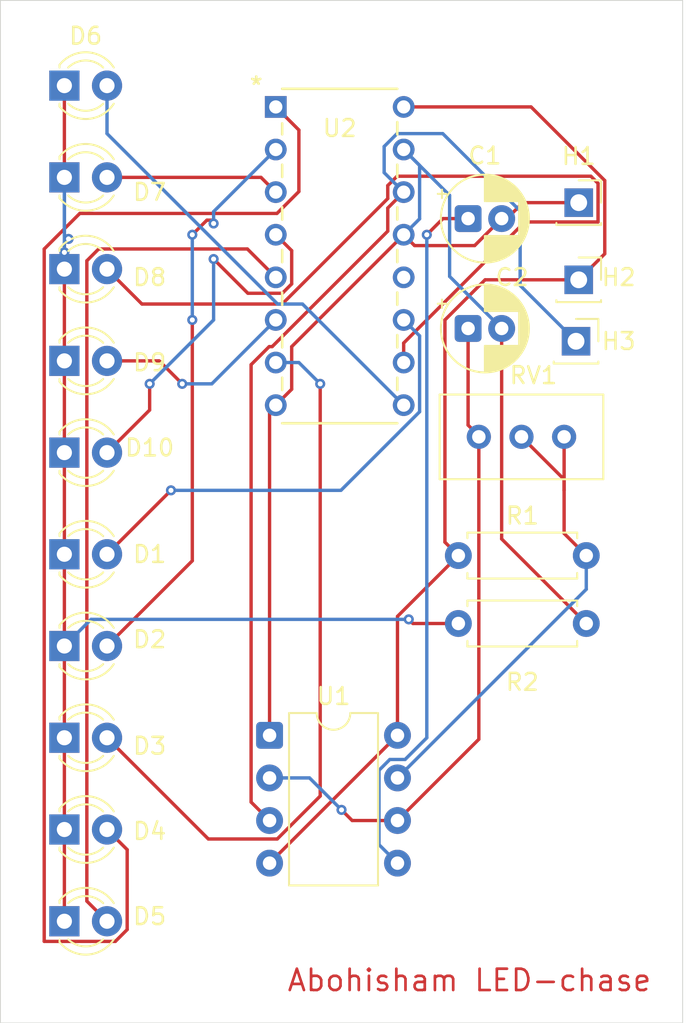
<source format=kicad_pcb>
(kicad_pcb (version 20241229) (generator "pcbnew") (generator_version "9.0")
  (layers (0 "F.Cu" signal) (2 "B.Cu" signal) (13 "F.Paste" user) (15 "B.Paste" user) (5 "F.SilkS" user "F.Silkscreen") (7 "B.SilkS" user "B.Silkscreen") (1 "F.Mask" user) (3 "B.Mask" user) (25 "Edge.Cuts" user))
  (net 0 "")
  (net 1 "Net-(U1-CV)")
  (net 2 "GND")
  (net 3 "TR")
  (net 4 "Net-(D1-K)")
  (net 5 "Net-(D1-A)")
  (net 6 "Net-(D2-A)")
  (net 7 "Net-(D3-A)")
  (net 8 "Net-(D4-A)")
  (net 9 "Net-(D5-A)")
  (net 10 "Net-(D6-A)")
  (net 11 "Net-(D7-A)")
  (net 12 "Net-(D8-A)")
  (net 13 "Net-(D9-A)")
  (net 14 "Net-(D10-A)")
  (net 15 "+5V")
  (net 16 "Net-(U1-DIS)")
  (net 17 "OUT")
  (footprint "LED_THT:LED_D3.0mm" (layer "F.Cu") (at 177.8 107.46)
    (property "Reference" "D8" (at 5.08 0.49 0) (layer "F.SilkS"))
    (property "Value" "LED")
    (pad "1" thru_hole rect (at 0 0) (size 1.8 1.8) (drill 0.9) (layers "*.Cu" "*.Mask") (net 4 "Net-(D1-K)"))
    (pad "2" thru_hole circle (at 2.54 0) (size 1.8 1.8) (drill 0.9) (layers "*.Cu" "*.Mask") (net 12 "Net-(D8-A)"))
  )
  (footprint "Resistor_THT:R_Axial_DIN0207_L6.3mm_D2.5mm_P7.62mm_Horizontal" (layer "F.Cu") (at 201.27 128.5875)
    (property "Reference" "R2" (at 3.81 3.4925 0) (layer "F.SilkS"))
    (property "Value" "470")
    (pad "1" thru_hole circle (at 0 0) (size 1.6 1.6) (drill 0.8) (layers "*.Cu" "*.Mask") (net 4 "Net-(D1-K)"))
    (pad "2" thru_hole circle (at 7.62 0) (size 1.6 1.6) (drill 0.8) (layers "*.Cu" "*.Mask") (net 2 "GND"))
  )
  (footprint "LED_THT:LED_D3.0mm" (layer "F.Cu") (at 177.8 129.93)
    (property "Reference" "D2" (at 5.08 -0.39 0) (layer "F.SilkS"))
    (property "Value" "LED")
    (pad "1" thru_hole rect (at 0 0) (size 1.8 1.8) (drill 0.9) (layers "*.Cu" "*.Mask") (net 4 "Net-(D1-K)"))
    (pad "2" thru_hole circle (at 2.54 0) (size 1.8 1.8) (drill 0.9) (layers "*.Cu" "*.Mask") (net 6 "Net-(D2-A)"))
  )
  (footprint "LED_THT:LED_D3.0mm" (layer "F.Cu") (at 177.8 135.4)
    (property "Reference" "D3" (at 5.08 0.49 0) (layer "F.SilkS"))
    (property "Value" "LED")
    (pad "1" thru_hole rect (at 0 0) (size 1.8 1.8) (drill 0.9) (layers "*.Cu" "*.Mask") (net 4 "Net-(D1-K)"))
    (pad "2" thru_hole circle (at 2.54 0) (size 1.8 1.8) (drill 0.9) (layers "*.Cu" "*.Mask") (net 7 "Net-(D3-A)"))
  )
  (footprint "LED_THT:LED_D3.0mm" (layer "F.Cu") (at 177.8 146.34)
    (property "Reference" "D5" (at 5.08 -0.29 0) (layer "F.SilkS"))
    (property "Value" "LED")
    (pad "1" thru_hole rect (at 0 0) (size 1.8 1.8) (drill 0.9) (layers "*.Cu" "*.Mask") (net 4 "Net-(D1-K)"))
    (pad "2" thru_hole circle (at 2.54 0) (size 1.8 1.8) (drill 0.9) (layers "*.Cu" "*.Mask") (net 9 "Net-(D5-A)"))
  )
  (footprint "LED_THT:LED_D3.0mm" (layer "F.Cu") (at 177.8 96.52)
    (property "Reference" "D6" (at 1.27 -2.96 0) (layer "F.SilkS"))
    (property "Value" "LED")
    (pad "1" thru_hole rect (at 0 0) (size 1.8 1.8) (drill 0.9) (layers "*.Cu" "*.Mask") (net 4 "Net-(D1-K)"))
    (pad "2" thru_hole circle (at 2.54 0) (size 1.8 1.8) (drill 0.9) (layers "*.Cu" "*.Mask") (net 10 "Net-(D6-A)"))
  )
  (footprint "LED_THT:LED_D3.0mm" (layer "F.Cu") (at 177.8 101.99)
    (property "Reference" "D7" (at 5.08 0.88 0) (layer "F.SilkS"))
    (property "Value" "LED")
    (pad "1" thru_hole rect (at 0 0) (size 1.8 1.8) (drill 0.9) (layers "*.Cu" "*.Mask") (net 4 "Net-(D1-K)"))
    (pad "2" thru_hole circle (at 2.54 0) (size 1.8 1.8) (drill 0.9) (layers "*.Cu" "*.Mask") (net 11 "Net-(D7-A)"))
  )
  (footprint "LED_THT:LED_D3.0mm" (layer "F.Cu") (at 177.8 118.4)
    (property "Reference" "D10" (at 5.08 -0.29 0) (layer "F.SilkS"))
    (property "Value" "LED")
    (pad "1" thru_hole rect (at 0 0) (size 1.8 1.8) (drill 0.9) (layers "*.Cu" "*.Mask") (net 4 "Net-(D1-K)"))
    (pad "2" thru_hole circle (at 2.54 0) (size 1.8 1.8) (drill 0.9) (layers "*.Cu" "*.Mask") (net 14 "Net-(D10-A)"))
  )
  (footprint "Potentiometer_THT:Potentiometer_Bourns_3296W_Vertical" (layer "F.Cu") (at 207.57 117.4575)
    (property "Reference" "RV1" (at -1.83 -3.66 0) (layer "F.SilkS"))
    (property "Value" "50 k")
    (pad "1" thru_hole circle (at 0 0) (size 1.44 1.44) (drill 0.8) (layers "*.Cu" "*.Mask") (net 16 "Net-(U1-DIS)"))
    (pad "2" thru_hole circle (at -2.54 0) (size 1.44 1.44) (drill 0.8) (layers "*.Cu" "*.Mask") (net 16 "Net-(U1-DIS)"))
    (pad "3" thru_hole circle (at -5.08 0) (size 1.44 1.44) (drill 0.8) (layers "*.Cu" "*.Mask") (net 3 "TR"))
  )
  (footprint "Resistor_THT:R_Axial_DIN0207_L6.3mm_D2.5mm_P7.62mm_Horizontal" (layer "F.Cu") (at 201.27 124.5375)
    (property "Reference" "R1" (at 3.81 -2.37 0) (layer "F.SilkS"))
    (property "Value" "1k")
    (pad "1" thru_hole circle (at 0 0) (size 1.6 1.6) (drill 0.8) (layers "*.Cu" "*.Mask") (net 15 "+5V"))
    (pad "2" thru_hole circle (at 7.62 0) (size 1.6 1.6) (drill 0.8) (layers "*.Cu" "*.Mask") (net 16 "Net-(U1-DIS)"))
  )
  (footprint "Capacitor_THT:CP_Radial_D5.0mm_P2.00mm" (layer "F.Cu") (at 201.849775 104.4475)
    (property "Reference" "C1" (at 1 -3.75 0) (layer "F.SilkS"))
    (property "Value" "0.01 uf")
    (pad "1" thru_hole roundrect (at 0 0) (size 1.6 1.6) (drill 0.8) (layers "*.Cu" "*.Mask") (roundrect_rratio 0.15625) (net 1 "Net-(U1-CV)"))
    (pad "2" thru_hole circle (at 2 0) (size 1.6 1.6) (drill 0.8) (layers "*.Cu" "*.Mask") (net 2 "GND"))
  )
  (footprint "LED_THT:LED_D3.0mm" (layer "F.Cu") (at 177.8 112.93)
    (property "Reference" "D9" (at 5.08 0.1 0) (layer "F.SilkS"))
    (property "Value" "LED")
    (pad "1" thru_hole rect (at 0 0) (size 1.8 1.8) (drill 0.9) (layers "*.Cu" "*.Mask") (net 4 "Net-(D1-K)"))
    (pad "2" thru_hole circle (at 2.54 0) (size 1.8 1.8) (drill 0.9) (layers "*.Cu" "*.Mask") (net 13 "Net-(D9-A)"))
  )
  (footprint "LED_THT:LED_D3.0mm" (layer "F.Cu") (at 177.8 124.46)
    (property "Reference" "D1" (at 5.08 0 0) (layer "F.SilkS"))
    (property "Value" "LED")
    (pad "1" thru_hole rect (at 0 0) (size 1.8 1.8) (drill 0.9) (layers "*.Cu" "*.Mask") (net 4 "Net-(D1-K)"))
    (pad "2" thru_hole circle (at 2.54 0) (size 1.8 1.8) (drill 0.9) (layers "*.Cu" "*.Mask") (net 5 "Net-(D1-A)"))
  )
  (footprint "Capacitor_THT:CP_Radial_D5.0mm_P2.00mm" (layer "F.Cu") (at 201.849775 110.9975)
    (property "Reference" "C2" (at 2.620225 -3.0475 0) (layer "F.SilkS"))
    (property "Value" "1 uf")
    (pad "1" thru_hole roundrect (at 0 0) (size 1.6 1.6) (drill 0.8) (layers "*.Cu" "*.Mask") (roundrect_rratio 0.15625) (net 3 "TR"))
    (pad "2" thru_hole circle (at 2 0) (size 1.6 1.6) (drill 0.8) (layers "*.Cu" "*.Mask") (net 2 "GND"))
  )
  (footprint "Connector_PinSocket_2.54mm:PinSocket_1x01_P2.54mm_Vertical" (layer "F.Cu") (at 208.28 111.76)
    (property "Reference" "H3" (at 2.54 0 0) (layer "F.SilkS"))
    (property "Value" "MountingHole_Pad")
    (pad "1" thru_hole rect (at 0 0) (size 1.7 1.7) (drill 1) (layers "*.Cu" "*.Mask") (net 17 "OUT"))
  )
  (footprint "Connector_PinSocket_2.54mm:PinSocket_1x01_P2.54mm_Vertical" (layer "F.Cu") (at 208.44 108.0975)
    (property "Reference" "H2" (at 2.38 -0.1475 0) (layer "F.SilkS"))
    (property "Value" "MountingHole_Pad")
    (pad "1" thru_hole rect (at 0 0) (size 1.7 1.7) (drill 1) (layers "*.Cu" "*.Mask") (net 15 "+5V"))
  )
  (footprint "LED_THT:LED_D3.0mm" (layer "F.Cu") (at 177.8 140.87)
    (property "Reference" "D4" (at 5.08 0.1 0) (layer "F.SilkS"))
    (property "Value" "LED")
    (pad "1" thru_hole rect (at 0 0) (size 1.8 1.8) (drill 0.9) (layers "*.Cu" "*.Mask") (net 4 "Net-(D1-K)"))
    (pad "2" thru_hole circle (at 2.54 0) (size 1.8 1.8) (drill 0.9) (layers "*.Cu" "*.Mask") (net 8 "Net-(D4-A)"))
  )
  (footprint "footprints:N16" (layer "F.Cu") (at 190.3929 97.79)
    (property "Reference" "U2" (at 3.81 1.27 0) (layer "F.SilkS"))
    (property "Value" "4017")
    (fp_text user "*" (at -1.1629 -1.27 0) (layer "F.SilkS"))
    (fp_text user "*" (at -1.1629 -1.27 0) (layer "F.SilkS"))
    (pad "1" thru_hole rect (at 0 0) (size 1.2954 1.2954) (drill 0.7874) (layers "*.Cu" "*.Mask") (net 8 "Net-(D4-A)"))
    (pad "2" thru_hole circle (at 0 2.54) (size 1.2954 1.2954) (drill 0.7874) (layers "*.Cu" "*.Mask") (net 6 "Net-(D2-A)"))
    (pad "3" thru_hole circle (at 0 5.08) (size 1.2954 1.2954) (drill 0.7874) (layers "*.Cu" "*.Mask") (net 11 "Net-(D7-A)"))
    (pad "4" thru_hole circle (at 0 7.62) (size 1.2954 1.2954) (drill 0.7874) (layers "*.Cu" "*.Mask") (net 14 "Net-(D10-A)"))
    (pad "5" thru_hole circle (at 0 10.16) (size 1.2954 1.2954) (drill 0.7874) (layers "*.Cu" "*.Mask") (net 9 "Net-(D5-A)"))
    (pad "6" thru_hole circle (at 0 12.7) (size 1.2954 1.2954) (drill 0.7874) (layers "*.Cu" "*.Mask") (net 13 "Net-(D9-A)"))
    (pad "7" thru_hole circle (at 0 15.24) (size 1.2954 1.2954) (drill 0.7874) (layers "*.Cu" "*.Mask") (net 7 "Net-(D3-A)"))
    (pad "8" thru_hole circle (at 0 17.78) (size 1.2954 1.2954) (drill 0.7874) (layers "*.Cu" "*.Mask") (net 2 "GND"))
    (pad "9" thru_hole circle (at 7.62 17.78) (size 1.2954 1.2954) (drill 0.7874) (layers "*.Cu" "*.Mask") (net 10 "Net-(D6-A)"))
    (pad "10" thru_hole circle (at 7.62 15.24) (size 1.2954 1.2954) (drill 0.7874) (layers "*.Cu" "*.Mask") (net 12 "Net-(D8-A)"))
    (pad "11" thru_hole circle (at 7.62 12.7) (size 1.2954 1.2954) (drill 0.7874) (layers "*.Cu" "*.Mask") (net 5 "Net-(D1-A)"))
    (pad "12" thru_hole circle (at 7.62 10.16) (size 1.2954 1.2954) (drill 0.7874) (layers "*.Cu" "*.Mask"))
    (pad "13" thru_hole circle (at 7.62 7.62) (size 1.2954 1.2954) (drill 0.7874) (layers "*.Cu" "*.Mask") (net 2 "GND"))
    (pad "14" thru_hole circle (at 7.62 5.08) (size 1.2954 1.2954) (drill 0.7874) (layers "*.Cu" "*.Mask") (net 17 "OUT"))
    (pad "15" thru_hole circle (at 7.62 2.54) (size 1.2954 1.2954) (drill 0.7874) (layers "*.Cu" "*.Mask") (net 2 "GND"))
    (pad "16" thru_hole circle (at 7.62 0) (size 1.2954 1.2954) (drill 0.7874) (layers "*.Cu" "*.Mask") (net 15 "+5V"))
  )
  (footprint "Package_DIP:DIP-8_W7.62mm" (layer "F.Cu") (at 190.02375 135.255)
    (property "Reference" "U1" (at 3.81 -2.33 0) (layer "F.SilkS"))
    (property "Value" "NE555P")
    (pad "1" thru_hole roundrect (at 0 0) (size 1.6 1.6) (drill 0.8) (layers "*.Cu" "*.Mask") (roundrect_rratio 0.15625) (net 2 "GND"))
    (pad "2" thru_hole circle (at 0 2.54) (size 1.6 1.6) (drill 0.8) (layers "*.Cu" "*.Mask") (net 3 "TR"))
    (pad "3" thru_hole circle (at 0 5.08) (size 1.6 1.6) (drill 0.8) (layers "*.Cu" "*.Mask") (net 17 "OUT"))
    (pad "4" thru_hole circle (at 0 7.62) (size 1.6 1.6) (drill 0.8) (layers "*.Cu" "*.Mask") (net 15 "+5V"))
    (pad "5" thru_hole circle (at 7.62 7.62) (size 1.6 1.6) (drill 0.8) (layers "*.Cu" "*.Mask") (net 1 "Net-(U1-CV)"))
    (pad "6" thru_hole circle (at 7.62 5.08) (size 1.6 1.6) (drill 0.8) (layers "*.Cu" "*.Mask") (net 3 "TR"))
    (pad "7" thru_hole circle (at 7.62 2.54) (size 1.6 1.6) (drill 0.8) (layers "*.Cu" "*.Mask") (net 16 "Net-(U1-DIS)"))
    (pad "8" thru_hole circle (at 7.62 0) (size 1.6 1.6) (drill 0.8) (layers "*.Cu" "*.Mask") (net 15 "+5V"))
  )
  (footprint "Connector_PinSocket_2.54mm:PinSocket_1x01_P2.54mm_Vertical" (layer "F.Cu") (at 208.44 103.4975)
    (property "Reference" "H1" (at 0 -2.77 0) (layer "F.SilkS"))
    (property "Value" "MountingHole_Pad")
    (pad "1" thru_hole rect (at 0 0) (size 1.7 1.7) (drill 1) (layers "*.Cu" "*.Mask") (net 2 "GND"))
  )
  (gr_rect (start 173.99 91.44) (end 214.63 152.4) (stroke (width 0.05)) (fill no) (layer "Edge.Cuts"))
  (gr_text "Abohisham LED-chase" (at 201.93 149.86 0) (layer "F.Cu") (effects (font (size 1.27 1.27))))
  (segment (start 200.3525 104.4475) (end 199.39 105.41) (width 0.2) (layer "F.Cu") (net 1))
  (segment (start 201.849775 104.4475) (end 200.3525 104.4475) (width 0.2) (layer "F.Cu") (net 1))
  (via (at 199.39 105.41) (size 0.6) (drill 0.3) (layers "F.Cu" "B.Cu") (net 1))
  (segment (start 196.54275 137.33895) (end 196.54275 141.774) (width 0.2) (layer "B.Cu") (net 1))
  (segment (start 197.1877 136.694) (end 196.54275 137.33895) (width 0.2) (layer "B.Cu") (net 1))
  (segment (start 196.54275 141.774) (end 197.64375 142.875) (width 0.2) (layer "B.Cu") (net 1))
  (segment (start 199.39 135.4038) (end 198.0998 136.694) (width 0.2) (layer "B.Cu") (net 1))
  (segment (start 199.39 105.41) (end 199.39 135.4038) (width 0.2) (layer "B.Cu") (net 1))
  (segment (start 198.0998 136.694) (end 197.1877 136.694) (width 0.2) (layer "B.Cu") (net 1))
  (segment (start 205.1125 103.4975) (end 208.44 103.4975) (width 0.2) (layer "F.Cu") (net 2))
  (segment (start 203.849775 104.4475) (end 204.1625 104.4475) (width 0.2) (layer "F.Cu") (net 2))
  (segment (start 202.239575 106.0577) (end 203.849775 104.4475) (width 0.2) (layer "F.Cu") (net 2))
  (segment (start 208.89 128.5875) (end 203.849775 123.547275) (width 0.2) (layer "F.Cu") (net 2))
  (segment (start 190.3929 115.57) (end 191.3416 114.6213) (width 0.2) (layer "F.Cu") (net 2))
  (segment (start 191.3416 114.6213) (end 191.3416 112.0813) (width 0.2) (layer "F.Cu") (net 2))
  (segment (start 191.3416 112.0813) (end 198.0129 105.41) (width 0.2) (layer "F.Cu") (net 2))
  (segment (start 190.02375 135.255) (end 190.02375 115.93915) (width 0.2) (layer "F.Cu") (net 2))
  (segment (start 198.0129 105.41) (end 198.6606 106.0577) (width 0.2) (layer "F.Cu") (net 2))
  (segment (start 190.02375 115.93915) (end 190.3929 115.57) (width 0.2) (layer "F.Cu") (net 2))
  (segment (start 204.1625 104.4475) (end 205.1125 103.4975) (width 0.2) (layer "F.Cu") (net 2))
  (segment (start 203.849775 123.547275) (end 203.849775 110.9975) (width 0.2) (layer "F.Cu") (net 2))
  (segment (start 198.6606 106.0577) (end 202.239575 106.0577) (width 0.2) (layer "F.Cu") (net 2))
  (segment (start 198.0129 100.33) (end 198.9616 101.2787) (width 0.2) (layer "B.Cu") (net 2))
  (segment (start 200.748775 107.8965) (end 200.748775 103.065875) (width 0.2) (layer "B.Cu") (net 2))
  (segment (start 200.748775 103.065875) (end 198.0129 100.33) (width 0.2) (layer "B.Cu") (net 2))
  (segment (start 198.9616 104.4613) (end 198.0129 105.41) (width 0.2) (layer "B.Cu") (net 2))
  (segment (start 203.849775 110.9975) (end 200.748775 107.8965) (width 0.2) (layer "B.Cu") (net 2))
  (segment (start 198.9616 101.2787) (end 198.9616 104.4613) (width 0.2) (layer "B.Cu") (net 2))
  (segment (start 202.49 117.4575) (end 202.49 135.48875) (width 0.2) (layer "F.Cu") (net 3))
  (segment (start 202.49 117.4) (end 201.849775 116.759775) (width 0.2) (layer "F.Cu") (net 3))
  (segment (start 197.64375 140.335) (end 194.945 140.335) (width 0.2) (layer "F.Cu") (net 3))
  (segment (start 194.945 140.335) (end 194.31 139.7) (width 0.2) (layer "F.Cu") (net 3))
  (segment (start 201.849775 116.759775) (end 201.849775 110.9975) (width 0.2) (layer "F.Cu") (net 3))
  (segment (start 202.49 117.4575) (end 202.49 117.4) (width 0.2) (layer "F.Cu") (net 3))
  (segment (start 202.49 135.48875) (end 197.64375 140.335) (width 0.2) (layer "F.Cu") (net 3))
  (via (at 194.31 139.7) (size 0.6) (drill 0.3) (layers "F.Cu" "B.Cu") (net 3))
  (segment (start 194.31 139.7) (end 192.405 137.795) (width 0.2) (layer "B.Cu") (net 3))
  (segment (start 192.405 137.795) (end 190.02375 137.795) (width 0.2) (layer "B.Cu") (net 3))
  (segment (start 177.8 129.93) (end 177.8 124.46) (width 0.2) (layer "F.Cu") (net 4))
  (segment (start 177.8 146.34) (end 177.8 140.87) (width 0.2) (layer "F.Cu") (net 4))
  (segment (start 177.8 135.4) (end 177.8 129.93) (width 0.2) (layer "F.Cu") (net 4))
  (segment (start 177.8 101.99) (end 177.8 96.52) (width 0.2) (layer "F.Cu") (net 4))
  (segment (start 177.8 107.46) (end 177.8 105.90653) (width 0.2) (layer "F.Cu") (net 4))
  (segment (start 177.8 112.93) (end 177.8 107.46) (width 0.2) (layer "F.Cu") (net 4))
  (segment (start 177.8 124.46) (end 177.8 118.4) (width 0.2) (layer "F.Cu") (net 4))
  (segment (start 177.8 105.90653) (end 178.048265 105.658265) (width 0.2) (layer "F.Cu") (net 4))
  (segment (start 198.56125 128.5875) (end 201.27 128.5875) (width 0.2) (layer "F.Cu") (net 4))
  (segment (start 177.8 118.4) (end 177.8 112.93) (width 0.2) (layer "F.Cu") (net 4))
  (segment (start 198.31489 128.34114) (end 198.56125 128.5875) (width 0.2) (layer "F.Cu") (net 4))
  (segment (start 177.8 107.46) (end 177.8 106.46) (width 0.2) (layer "F.Cu") (net 4))
  (segment (start 177.8 140.87) (end 177.8 135.4) (width 0.2) (layer "F.Cu") (net 4))
  (via (at 177.8 106.46) (size 0.6) (drill 0.3) (layers "F.Cu" "B.Cu") (net 4))
  (via (at 178.048265 105.658265) (size 0.6) (drill 0.3) (layers "F.Cu" "B.Cu") (net 4))
  (via (at 198.31489 128.34114) (size 0.6) (drill 0.3) (layers "F.Cu" "B.Cu") (net 4))
  (segment (start 179.38886 128.34114) (end 198.31489 128.34114) (width 0.2) (layer "B.Cu") (net 4))
  (segment (start 178.048265 105.658265) (end 177.8 105.41) (width 0.2) (layer "B.Cu") (net 4))
  (segment (start 177.8 105.41) (end 177.8 101.99) (width 0.2) (layer "B.Cu") (net 4))
  (segment (start 177.8 129.93) (end 179.38886 128.34114) (width 0.2) (layer "B.Cu") (net 4))
  (segment (start 177.8 106.46) (end 177.8 101.99) (width 0.2) (layer "B.Cu") (net 4))
  (segment (start 180.34 124.46) (end 184.15 120.65) (width 0.2) (layer "F.Cu") (net 5))
  (via (at 184.15 120.65) (size 0.6) (drill 0.3) (layers "F.Cu" "B.Cu") (net 5))
  (segment (start 194.274565 120.65) (end 198.9616 115.962965) (width 0.2) (layer "B.Cu") (net 5))
  (segment (start 198.9616 115.962965) (end 198.9616 111.4387) (width 0.2) (layer "B.Cu") (net 5))
  (segment (start 198.9616 111.4387) (end 198.0129 110.49) (width 0.2) (layer "B.Cu") (net 5))
  (segment (start 184.15 120.65) (end 194.274565 120.65) (width 0.2) (layer "B.Cu") (net 5))
  (segment (start 180.34 129.93) (end 185.42 124.85) (width 0.2) (layer "F.Cu") (net 6))
  (segment (start 185.42 124.85) (end 185.42 110.49) (width 0.2) (layer "F.Cu") (net 6))
  (segment (start 185.42 105.41) (end 186.289 104.541) (width 0.2) (layer "F.Cu") (net 6))
  (segment (start 186.289 104.541) (end 186.69 104.541) (width 0.2) (layer "F.Cu") (net 6))
  (segment (start 186.69 104.541) (end 186.69 104.74) (width 0.2) (layer "F.Cu") (net 6))
  (via (at 185.42 110.49) (size 0.6) (drill 0.3) (layers "F.Cu" "B.Cu") (net 6))
  (via (at 185.42 105.41) (size 0.6) (drill 0.3) (layers "F.Cu" "B.Cu") (net 6))
  (via (at 186.69 104.74) (size 0.6) (drill 0.3) (layers "F.Cu" "B.Cu") (net 6))
  (segment (start 186.69 104.0329) (end 190.3929 100.33) (width 0.2) (layer "B.Cu") (net 6))
  (segment (start 186.69 104.74) (end 186.69 104.0329) (width 0.2) (layer "B.Cu") (net 6))
  (segment (start 185.42 110.49) (end 185.42 105.41) (width 0.2) (layer "B.Cu") (net 6))
  (segment (start 180.34 135.4) (end 186.376 141.436) (width 0.2) (layer "F.Cu") (net 7))
  (segment (start 190.4798 141.436) (end 193.04 138.8758) (width 0.2) (layer "F.Cu") (net 7))
  (segment (start 193.04 138.8758) (end 193.04 114.3) (width 0.2) (layer "F.Cu") (net 7))
  (segment (start 186.376 141.436) (end 190.4798 141.436) (width 0.2) (layer "F.Cu") (net 7))
  (via (at 193.04 114.3) (size 0.6) (drill 0.3) (layers "F.Cu" "B.Cu") (net 7))
  (segment (start 191.77 113.03) (end 190.3929 113.03) (width 0.2) (layer "B.Cu") (net 7))
  (segment (start 193.04 114.3) (end 191.77 113.03) (width 0.2) (layer "B.Cu") (net 7))
  (segment (start 180.34 140.87) (end 181.541 142.071) (width 0.2) (layer "F.Cu") (net 8))
  (segment (start 180.837471 147.541) (end 176.599 147.541) (width 0.2) (layer "F.Cu") (net 8))
  (segment (start 191.77 102.834565) (end 191.77 99.1671) (width 0.2) (layer "F.Cu") (net 8))
  (segment (start 176.599 106.259) (end 178.718 104.14) (width 0.2) (layer "F.Cu") (net 8))
  (segment (start 176.599 147.541) (end 176.599 106.259) (width 0.2) (layer "F.Cu") (net 8))
  (segment (start 191.77 99.1671) (end 190.3929 97.79) (width 0.2) (layer "F.Cu") (net 8))
  (segment (start 178.718 104.14) (end 190.464565 104.14) (width 0.2) (layer "F.Cu") (net 8))
  (segment (start 181.541 146.837471) (end 180.837471 147.541) (width 0.2) (layer "F.Cu") (net 8))
  (segment (start 181.541 142.071) (end 181.541 146.837471) (width 0.2) (layer "F.Cu") (net 8))
  (segment (start 190.464565 104.14) (end 191.77 102.834565) (width 0.2) (layer "F.Cu") (net 8))
  (segment (start 179.139 106.962529) (end 179.842529 106.259) (width 0.2) (layer "F.Cu") (net 9))
  (segment (start 180.34 146.34) (end 179.139 145.139) (width 0.2) (layer "F.Cu") (net 9))
  (segment (start 179.842529 106.259) (end 188.7019 106.259) (width 0.2) (layer "F.Cu") (net 9))
  (segment (start 188.7019 106.259) (end 190.3929 107.95) (width 0.2) (layer "F.Cu") (net 9))
  (segment (start 179.139 145.139) (end 179.139 106.962529) (width 0.2) (layer "F.Cu") (net 9))
  (segment (start 180.34 99.3813) (end 190.5 109.5413) (width 0.2) (layer "B.Cu") (net 10))
  (segment (start 190.5 109.5413) (end 191.9842 109.5413) (width 0.2) (layer "B.Cu") (net 10))
  (segment (start 191.9842 109.5413) (end 198.0129 115.57) (width 0.2) (layer "B.Cu") (net 10))
  (segment (start 180.34 96.52) (end 180.34 99.3813) (width 0.2) (layer "B.Cu") (net 10))
  (segment (start 189.5129 101.99) (end 190.3929 102.87) (width 0.2) (layer "F.Cu") (net 11))
  (segment (start 180.34 101.99) (end 189.5129 101.99) (width 0.2) (layer "F.Cu") (net 11))
  (segment (start 198.0129 111.8671) (end 198.0129 113.03) (width 0.2) (layer "F.Cu") (net 12))
  (segment (start 190.7745 109.5413) (end 197.0642 103.2516) (width 0.2) (layer "F.Cu") (net 12))
  (segment (start 182.4213 109.5413) (end 190.7745 109.5413) (width 0.2) (layer "F.Cu") (net 12))
  (segment (start 197.0642 103.2516) (end 197.0642 102.477035) (width 0.2) (layer "F.Cu") (net 12))
  (segment (start 197.0642 102.477035) (end 197.619935 101.9213) (width 0.2) (layer "F.Cu") (net 12))
  (segment (start 209.591 102.3465) (end 209.591 104.6485) (width 0.2) (layer "F.Cu") (net 12))
  (segment (start 209.1658 101.9213) (end 209.591 102.3465) (width 0.2) (layer "F.Cu") (net 12))
  (segment (start 197.619935 101.9213) (end 209.1658 101.9213) (width 0.2) (layer "F.Cu") (net 12))
  (segment (start 205.2315 104.6485) (end 198.0129 111.8671) (width 0.2) (layer "F.Cu") (net 12))
  (segment (start 209.591 104.6485) (end 205.2315 104.6485) (width 0.2) (layer "F.Cu") (net 12))
  (segment (start 180.34 107.46) (end 182.4213 109.5413) (width 0.2) (layer "F.Cu") (net 12))
  (segment (start 180.34 112.93) (end 183.45 112.93) (width 0.2) (layer "F.Cu") (net 13))
  (segment (start 183.45 112.93) (end 184.82 114.3) (width 0.2) (layer "F.Cu") (net 13))
  (via (at 184.82 114.3) (size 0.6) (drill 0.3) (layers "F.Cu" "B.Cu") (net 13))
  (segment (start 184.82 114.3) (end 186.5829 114.3) (width 0.2) (layer "B.Cu") (net 13))
  (segment (start 186.5829 114.3) (end 190.3929 110.49) (width 0.2) (layer "B.Cu") (net 13))
  (segment (start 182.88 115.86) (end 182.88 114.3) (width 0.2) (layer "F.Cu") (net 14))
  (segment (start 188.7297 108.8987) (end 190.785865 108.8987) (width 0.2) (layer "F.Cu") (net 14))
  (segment (start 186.69 106.859) (end 188.7297 108.8987) (width 0.2) (layer "F.Cu") (net 14))
  (segment (start 190.785865 108.8987) (end 191.3416 108.342965) (width 0.2) (layer "F.Cu") (net 14))
  (segment (start 191.3416 108.342965) (end 191.3416 106.3587) (width 0.2) (layer "F.Cu") (net 14))
  (segment (start 191.3416 106.3587) (end 190.3929 105.41) (width 0.2) (layer "F.Cu") (net 14))
  (segment (start 180.34 118.4) (end 182.88 115.86) (width 0.2) (layer "F.Cu") (net 14))
  (via (at 186.69 106.859) (size 0.6) (drill 0.3) (layers "F.Cu" "B.Cu") (net 14))
  (via (at 182.88 114.3) (size 0.6) (drill 0.3) (layers "F.Cu" "B.Cu") (net 14))
  (segment (start 186.69 110.49) (end 186.69 106.859) (width 0.2) (layer "B.Cu") (net 14))
  (segment (start 182.88 114.3) (end 186.69 110.49) (width 0.2) (layer "B.Cu") (net 14))
  (segment (start 190.02375 142.875) (end 197.64375 135.255) (width 0.2) (layer "F.Cu") (net 15))
  (segment (start 197.64375 128.16375) (end 201.27 124.5375) (width 0.2) (layer "F.Cu") (net 15))
  (segment (start 200.470001 110.491114) (end 200.470001 123.737501) (width 0.2) (layer "F.Cu") (net 15))
  (segment (start 205.6016 97.79) (end 198.0129 97.79) (width 0.2) (layer "F.Cu") (net 15))
  (segment (start 200.470001 123.737501) (end 201.27 124.5375) (width 0.2) (layer "F.Cu") (net 15))
  (segment (start 197.64375 135.255) (end 197.64375 128.16375) (width 0.2) (layer "F.Cu") (net 15))
  (segment (start 208.44 108.0975) (end 209.992 106.5455) (width 0.2) (layer "F.Cu") (net 15))
  (segment (start 209.992 102.1804) (end 205.6016 97.79) (width 0.2) (layer "F.Cu") (net 15))
  (segment (start 202.863615 108.0975) (end 200.470001 110.491114) (width 0.2) (layer "F.Cu") (net 15))
  (segment (start 209.992 106.5455) (end 209.992 102.1804) (width 0.2) (layer "F.Cu") (net 15))
  (segment (start 208.44 108.0975) (end 202.863615 108.0975) (width 0.2) (layer "F.Cu") (net 15))
  (segment (start 207.57 117.4575) (end 207.57 120.65) (width 0.2) (layer "F.Cu") (net 16))
  (segment (start 207.57 123.2175) (end 208.89 124.5375) (width 0.2) (layer "F.Cu") (net 16))
  (segment (start 205.03 117.4575) (end 207.57 119.9975) (width 0.2) (layer "F.Cu") (net 16))
  (segment (start 207.57 120.65) (end 207.57 123.2175) (width 0.2) (layer "F.Cu") (net 16))
  (segment (start 207.57 119.9975) (end 207.57 120.65) (width 0.2) (layer "F.Cu") (net 16))
  (segment (start 197.64375 137.795) (end 208.89 126.54875) (width 0.2) (layer "B.Cu") (net 16))
  (segment (start 208.89 126.54875) (end 208.89 124.5375) (width 0.2) (layer "B.Cu") (net 16))
  (segment (start 197.0642 105.1958) (end 197.0642 103.8187) (width 0.2) (layer "F.Cu") (net 17))
  (segment (start 189.999935 112.0813) (end 190.1787 112.0813) (width 0.2) (layer "F.Cu") (net 17))
  (segment (start 190.02375 140.335) (end 188.92275 139.234) (width 0.2) (layer "F.Cu") (net 17))
  (segment (start 197.0642 103.8187) (end 198.0129 102.87) (width 0.2) (layer "F.Cu") (net 17))
  (segment (start 188.92275 113.158485) (end 189.999935 112.0813) (width 0.2) (layer "F.Cu") (net 17))
  (segment (start 188.92275 139.234) (end 188.92275 113.158485) (width 0.2) (layer "F.Cu") (net 17))
  (segment (start 190.1787 112.0813) (end 197.0642 105.1958) (width 0.2) (layer "F.Cu") (net 17))
  (segment (start 200.340625 99.3813) (end 197.619935 99.3813) (width 0.2) (layer "B.Cu") (net 17))
  (segment (start 204.950775 108.430775) (end 204.950775 103.99145) (width 0.2) (layer "B.Cu") (net 17))
  (segment (start 197.619935 99.3813) (end 196.85 100.151235) (width 0.2) (layer "B.Cu") (net 17))
  (segment (start 196.85 100.151235) (end 196.85 101.7071) (width 0.2) (layer "B.Cu") (net 17))
  (segment (start 208.28 111.76) (end 204.950775 108.430775) (width 0.2) (layer "B.Cu") (net 17))
  (segment (start 204.950775 103.99145) (end 200.340625 99.3813) (width 0.2) (layer "B.Cu") (net 17))
  (segment (start 196.85 101.7071) (end 198.0129 102.87) (width 0.2) (layer "B.Cu") (net 17))
)
</source>
